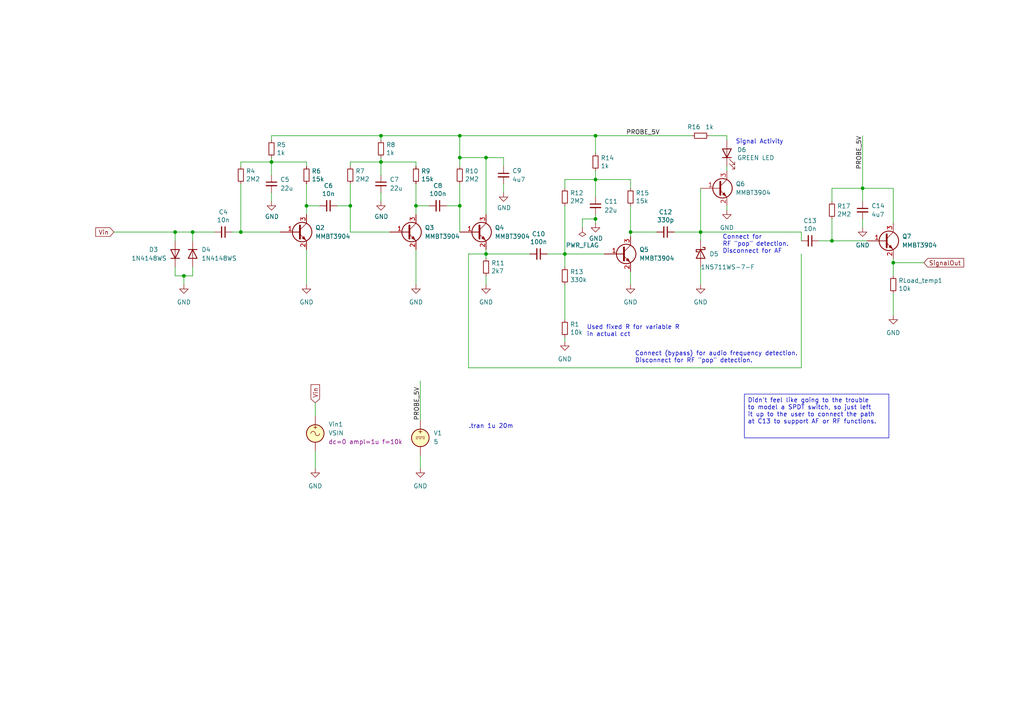
<source format=kicad_sch>
(kicad_sch (version 20230121) (generator eeschema)
  (paper "A4")
  (title_block (title "Carlson Super Probe SPICE Simulation") (date "2023-12-17") (rev "1") (company "TechConficio Inc.") (comment 3 "License : CC By 4.0") (comment 4 "Author : Steven Knudsen"))
  (lib_symbols
    (symbol "Device:C_Small" (pin_numbers hide) (pin_names (offset 0.254) hide)
      (property "Reference" "C" (at 0.254 1.778 0))
      (property "Value" "C_Small" (at 0.254 -2.032 0))
      (symbol "C_Small_0_1"
        (polyline (pts (xy -1.524 -0.508) (xy 1.524 -0.508)) (stroke (width 0.3302)))
        (polyline (pts (xy -1.524 0.508) (xy 1.524 0.508)) (stroke (width 0.3048)))
      )
      (symbol "C_Small_1_1"
        (pin passive line (at 0 2.54 270) (length 2.032) (name "~") (number "1"))
        (pin passive line (at 0 -2.54 90) (length 2.032) (name "~") (number "2"))
      )
    )
    (symbol "Device:D_Schottky" (pin_numbers hide) (pin_names (offset 1.016) hide)
      (property "Reference" "D" (at 0 2.54 0))
      (property "Value" "D_Schottky" (at 0 -2.54 0))
      (symbol "D_Schottky_0_1"
        (polyline (pts (xy 1.27 0) (xy -1.27 0)))
        (polyline (pts (xy 1.27 1.27) (xy 1.27 -1.27) (xy -1.27 0) (xy 1.27 1.27)) (stroke (width 0.254)))
        (polyline (pts (xy -1.905 0.635) (xy -1.905 1.27) (xy -1.27 1.27) (xy -1.27 -1.27) (xy -0.635 -1.27) (xy -0.635 -0.635)) (stroke (width 0.254)))
      )
      (symbol "D_Schottky_1_1"
        (pin passive line (at -3.81 0 0) (length 2.54) (name "K") (number "1"))
        (pin passive line (at 3.81 0 180) (length 2.54) (name "A") (number "2"))
      )
    )
    (symbol "Device:LED" (pin_numbers hide) (pin_names (offset 1.016) hide)
      (property "Reference" "D" (at 0 2.54 0))
      (property "Value" "LED" (at 0 -2.54 0))
      (symbol "LED_0_1"
        (polyline (pts (xy -1.27 -1.27) (xy -1.27 1.27)) (stroke (width 0.254)))
        (polyline (pts (xy -1.27 0) (xy 1.27 0)))
        (polyline (pts (xy 1.27 -1.27) (xy 1.27 1.27) (xy -1.27 0) (xy 1.27 -1.27)) (stroke (width 0.254)))
        (polyline (pts (xy -3.048 -0.762) (xy -4.572 -2.286) (xy -3.81 -2.286) (xy -4.572 -2.286) (xy -4.572 -1.524)))
        (polyline (pts (xy -1.778 -0.762) (xy -3.302 -2.286) (xy -2.54 -2.286) (xy -3.302 -2.286) (xy -3.302 -1.524)))
      )
      (symbol "LED_1_1"
        (pin passive line (at -3.81 0 0) (length 2.54) (name "K") (number "1"))
        (pin passive line (at 3.81 0 180) (length 2.54) (name "A") (number "2"))
      )
    )
    (symbol "Device:R_Small" (pin_numbers hide) (pin_names (offset 0.254) hide)
      (property "Reference" "R" (at 0.762 0.508 0))
      (property "Value" "R_Small" (at 0.762 -1.016 0))
      (symbol "R_Small_0_1"
        (rectangle (start -0.762 1.778) (end 0.762 -1.778) (stroke (width 0.2032)))
      )
      (symbol "R_Small_1_1"
        (pin passive line (at 0 2.54 270) (length 0.762) (name "~") (number "1"))
        (pin passive line (at 0 -2.54 90) (length 0.762) (name "~") (number "2"))
      )
    )
    (symbol "Diode:1N4148WS" (pin_numbers hide) (pin_names hide)
      (property "Reference" "D" (at 0 2.54 0))
      (property "Value" "1N4148WS" (at 0 -2.54 0))
      (symbol "1N4148WS_0_1"
        (polyline (pts (xy -1.27 1.27) (xy -1.27 -1.27)) (stroke (width 0.254)))
        (polyline (pts (xy 1.27 0) (xy -1.27 0)))
        (polyline (pts (xy 1.27 1.27) (xy 1.27 -1.27) (xy -1.27 0) (xy 1.27 1.27)) (stroke (width 0.254)))
      )
      (symbol "1N4148WS_1_1"
        (pin passive line (at -3.81 0 0) (length 2.54) (name "K") (number "1"))
        (pin passive line (at 3.81 0 180) (length 2.54) (name "A") (number "2"))
      )
    )
    (symbol "Simulation_SPICE:VDC" (pin_numbers hide) (pin_names (offset 0.0254))
      (property "Reference" "V" (at 2.54 2.54 0))
      (property "Value" "1" (at 2.54 0 0))
      (symbol "VDC_0_0"
        (polyline (pts (xy -1.27 0.254) (xy 1.27 0.254)))
        (polyline (pts (xy -0.762 -0.254) (xy -1.27 -0.254)))
        (polyline (pts (xy 0.254 -0.254) (xy -0.254 -0.254)))
        (polyline (pts (xy 1.27 -0.254) (xy 0.762 -0.254)))
        (text "+" (at 0 1.905 0) (effects (font (size 1.27 1.27))))
      )
      (symbol "VDC_0_1"
        (circle (center 0 0) (radius 2.54) (stroke (width 0.254)) (fill (type background)))
      )
      (symbol "VDC_1_1"
        (pin passive line (at 0 5.08 270) (length 2.54) (name "~") (number "1"))
        (pin passive line (at 0 -5.08 90) (length 2.54) (name "~") (number "2"))
      )
    )
    (symbol "Simulation_SPICE:VSIN" (pin_numbers hide) (pin_names (offset 0.0254))
      (property "Reference" "V" (at 2.54 2.54 0))
      (property "Value" "VSIN" (at 2.54 0 0))
      (property "Sim.Params" "dc=0 ampl=1 f=1k ac=1" (at 2.54 -2.54 0))
      (symbol "VSIN_0_0"
        (arc (start 0 0) (mid -0.635 0.6323) (end -1.27 0))
        (arc (start 0 0) (mid 0.635 -0.6323) (end 1.27 0))
        (text "+" (at 0 1.905 0) (effects (font (size 1.27 1.27))))
      )
      (symbol "VSIN_0_1"
        (circle (center 0 0) (radius 2.54) (stroke (width 0.254)) (fill (type background)))
      )
      (symbol "VSIN_1_1"
        (pin passive line (at 0 5.08 270) (length 2.54) (name "~") (number "1"))
        (pin passive line (at 0 -5.08 90) (length 2.54) (name "~") (number "2"))
      )
    )
    (symbol "Transistor_BJT:MMBT3904" (pin_names (offset 0) hide)
      (property "Reference" "Q" (at 5.08 1.905 0))
      (property "Value" "MMBT3904" (at 5.08 0 0))
      (symbol "MMBT3904_0_1"
        (polyline (pts (xy 0.635 0.635) (xy 2.54 2.54)))
        (polyline (pts (xy 0.635 -0.635) (xy 2.54 -2.54) (xy 2.54 -2.54)))
        (polyline (pts (xy 0.635 1.905) (xy 0.635 -1.905) (xy 0.635 -1.905)) (stroke (width 0.508)))
        (polyline (pts (xy 1.27 -1.778) (xy 1.778 -1.27) (xy 2.286 -2.286) (xy 1.27 -1.778) (xy 1.27 -1.778)) (fill (type outline)))
        (circle (center 1.27 0) (radius 2.8194) (stroke (width 0.254)))
      )
      (symbol "MMBT3904_1_1"
        (pin input line (at -5.08 0 0) (length 5.715) (name "B") (number "1"))
        (pin passive line (at 2.54 -5.08 90) (length 2.54) (name "E") (number "2"))
        (pin passive line (at 2.54 5.08 270) (length 2.54) (name "C") (number "3"))
      )
    )
    (symbol "power:GND" (power) (pin_names (offset 0))
      (property "Value" "GND" (at 0 -3.81 0))
      (symbol "GND_0_1"
        (polyline (pts (xy 0 0) (xy 0 -1.27) (xy 1.27 -1.27) (xy 0 -2.54) (xy -1.27 -1.27) (xy 0 -1.27)))
      )
      (symbol "GND_1_1"
        (pin power_in line (at 0 0 270) (length 0) hide (name "GND") (number "1"))
      )
    )
    (symbol "power:PWR_FLAG" (power) (pin_numbers hide) (pin_names (offset 0) hide)
      (property "Value" "PWR_FLAG" (at 0 3.81 0))
      (symbol "PWR_FLAG_0_0"
        (pin power_out line (at 0 0 90) (length 0) (name "pwr") (number "1"))
      )
      (symbol "PWR_FLAG_0_1"
        (polyline (pts (xy 0 0) (xy 0 1.27) (xy -1.016 1.905) (xy 0 2.54) (xy 1.016 1.905) (xy 0 1.27)))
      )
    )
  )
  (junction (at 133.35 39.37))
  (junction (at 163.83 73.66))
  (junction (at 182.88 67.31))
  (junction (at 172.72 39.37))
  (junction (at 55.88 67.31))
  (junction (at 133.35 59.69))
  (junction (at 250.19 54.61))
  (junction (at 172.72 52.07))
  (junction (at 241.3 69.85))
  (junction (at 140.97 73.66))
  (junction (at 88.9 59.69))
  (junction (at 50.8 67.31))
  (junction (at 259.08 76.2))
  (junction (at 110.49 46.99))
  (junction (at 69.85 67.31))
  (junction (at 78.74 46.99))
  (junction (at 140.97 45.72))
  (junction (at 53.34 80.01))
  (junction (at 133.35 45.72))
  (junction (at 203.2 67.31))
  (junction (at 101.6 59.69))
  (junction (at 110.49 39.37))
  (junction (at 120.65 59.69))
  (junction (at 172.72 63.5))
  (wire (pts (xy 120.65 59.69) (xy 124.46 59.69)))
  (wire (pts (xy 88.9 53.34) (xy 88.9 59.69)))
  (wire (pts (xy 259.08 76.2) (xy 259.08 80.01)))
  (wire (pts (xy 182.88 67.31) (xy 190.5 67.31)))
  (wire (pts (xy 110.49 39.37) (xy 110.49 40.64)))
  (wire (pts (xy 182.88 52.07) (xy 172.72 52.07)))
  (wire (pts (xy 50.8 77.47) (xy 50.8 80.01)))
  (wire (pts (xy 140.97 73.66) (xy 140.97 74.93)))
  (wire (pts (xy 50.8 67.31) (xy 55.88 67.31)))
  (wire (pts (xy 172.72 63.5) (xy 172.72 64.77)))
  (wire (pts (xy 133.35 53.34) (xy 133.35 59.69)))
  (wire (pts (xy 241.3 54.61) (xy 241.3 58.42)))
  (wire (pts (xy 163.83 73.66) (xy 163.83 77.47)))
  (wire (pts (xy 237.49 69.85) (xy 241.3 69.85)))
  (wire (pts (xy 135.89 106.68) (xy 135.89 73.66)))
  (wire (pts (xy 129.54 59.69) (xy 133.35 59.69)))
  (wire (pts (xy 163.83 82.55) (xy 163.83 92.71)))
  (wire (pts (xy 78.74 55.88) (xy 78.74 58.42)))
  (wire (pts (xy 55.88 77.47) (xy 55.88 80.01)))
  (wire (pts (xy 78.74 46.99) (xy 69.85 46.99)))
  (wire (pts (xy 182.88 67.31) (xy 182.88 68.58)))
  (wire (pts (xy 182.88 78.74) (xy 182.88 82.55)))
  (wire (pts (xy 69.85 46.99) (xy 69.85 48.26)))
  (wire (pts (xy 172.72 39.37) (xy 200.66 39.37)))
  (wire (pts (xy 110.49 46.99) (xy 110.49 50.8)))
  (wire (pts (xy 163.83 97.79) (xy 163.83 99.06)))
  (wire (pts (xy 259.08 54.61) (xy 250.19 54.61)))
  (wire (pts (xy 259.08 76.2) (xy 267.97 76.2)))
  (wire (pts (xy 110.49 45.72) (xy 110.49 46.99)))
  (wire (pts (xy 250.19 54.61) (xy 250.19 58.42)))
  (wire (pts (xy 259.08 74.93) (xy 259.08 76.2)))
  (wire (pts (xy 210.82 40.64) (xy 210.82 39.37)))
  (wire (pts (xy 55.88 67.31) (xy 62.23 67.31)))
  (wire (pts (xy 163.83 59.69) (xy 163.83 73.66)))
  (wire (pts (xy 55.88 67.31) (xy 55.88 69.85)))
  (wire (pts (xy 110.49 39.37) (xy 133.35 39.37)))
  (wire (pts (xy 203.2 67.31) (xy 203.2 69.85)))
  (wire (pts (xy 91.44 116.84) (xy 91.44 120.65)))
  (wire (pts (xy 172.72 52.07) (xy 172.72 57.15)))
  (wire (pts (xy 78.74 39.37) (xy 110.49 39.37)))
  (wire (pts (xy 91.44 130.81) (xy 91.44 135.89)))
  (wire (pts (xy 133.35 39.37) (xy 172.72 39.37)))
  (wire (pts (xy 203.2 77.47) (xy 203.2 82.55)))
  (wire (pts (xy 69.85 67.31) (xy 81.28 67.31)))
  (wire (pts (xy 210.82 59.69) (xy 210.82 60.96)))
  (wire (pts (xy 69.85 53.34) (xy 69.85 67.31)))
  (wire (pts (xy 182.88 54.61) (xy 182.88 52.07)))
  (wire (pts (xy 55.88 80.01) (xy 53.34 80.01)))
  (wire (pts (xy 195.58 67.31) (xy 203.2 67.31)))
  (wire (pts (xy 101.6 46.99) (xy 110.49 46.99)))
  (wire (pts (xy 146.05 53.34) (xy 146.05 55.88)))
  (wire (pts (xy 241.3 69.85) (xy 251.46 69.85)))
  (wire (pts (xy 121.92 132.08) (xy 121.92 135.89)))
  (wire (pts (xy 50.8 80.01) (xy 53.34 80.01)))
  (wire (pts (xy 101.6 67.31) (xy 113.03 67.31)))
  (wire (pts (xy 241.3 54.61) (xy 250.19 54.61)))
  (wire (pts (xy 88.9 72.39) (xy 88.9 82.55)))
  (wire (pts (xy 110.49 46.99) (xy 120.65 46.99)))
  (wire (pts (xy 146.05 48.26) (xy 146.05 45.72)))
  (wire (pts (xy 168.91 66.04) (xy 168.91 63.5)))
  (wire (pts (xy 203.2 54.61) (xy 203.2 67.31)))
  (wire (pts (xy 78.74 45.72) (xy 78.74 46.99)))
  (wire (pts (xy 140.97 72.39) (xy 140.97 73.66)))
  (wire (pts (xy 250.19 39.37) (xy 250.19 54.61)))
  (wire (pts (xy 259.08 85.09) (xy 259.08 91.44)))
  (wire (pts (xy 50.8 69.85) (xy 50.8 67.31)))
  (wire (pts (xy 78.74 39.37) (xy 78.74 40.64)))
  (wire (pts (xy 210.82 48.26) (xy 210.82 49.53)))
  (wire (pts (xy 172.72 49.53) (xy 172.72 52.07)))
  (wire (pts (xy 133.35 45.72) (xy 133.35 48.26)))
  (wire (pts (xy 101.6 59.69) (xy 101.6 67.31)))
  (wire (pts (xy 121.92 110.49) (xy 121.92 121.92)))
  (wire (pts (xy 172.72 62.23) (xy 172.72 63.5)))
  (wire (pts (xy 88.9 59.69) (xy 88.9 62.23)))
  (wire (pts (xy 110.49 55.88) (xy 110.49 58.42)))
  (wire (pts (xy 182.88 59.69) (xy 182.88 67.31)))
  (wire (pts (xy 120.65 46.99) (xy 120.65 48.26)))
  (wire (pts (xy 259.08 64.77) (xy 259.08 54.61)))
  (wire (pts (xy 33.02 67.31) (xy 50.8 67.31)))
  (wire (pts (xy 120.65 53.34) (xy 120.65 59.69)))
  (wire (pts (xy 133.35 45.72) (xy 140.97 45.72)))
  (wire (pts (xy 120.65 59.69) (xy 120.65 62.23)))
  (wire (pts (xy 163.83 52.07) (xy 172.72 52.07)))
  (wire (pts (xy 203.2 67.31) (xy 232.41 67.31)))
  (wire (pts (xy 140.97 45.72) (xy 146.05 45.72)))
  (wire (pts (xy 163.83 54.61) (xy 163.83 52.07)))
  (wire (pts (xy 172.72 39.37) (xy 172.72 44.45)))
  (wire (pts (xy 101.6 53.34) (xy 101.6 59.69)))
  (wire (pts (xy 101.6 48.26) (xy 101.6 46.99)))
  (wire (pts (xy 232.41 73.66) (xy 232.41 106.68)))
  (wire (pts (xy 250.19 63.5) (xy 250.19 66.04)))
  (wire (pts (xy 232.41 69.85) (xy 232.41 67.31)))
  (wire (pts (xy 135.89 73.66) (xy 140.97 73.66)))
  (wire (pts (xy 133.35 39.37) (xy 133.35 45.72)))
  (wire (pts (xy 241.3 63.5) (xy 241.3 69.85)))
  (wire (pts (xy 120.65 72.39) (xy 120.65 82.55)))
  (wire (pts (xy 140.97 80.01) (xy 140.97 82.55)))
  (wire (pts (xy 133.35 59.69) (xy 133.35 67.31)))
  (wire (pts (xy 67.31 67.31) (xy 69.85 67.31)))
  (wire (pts (xy 97.79 59.69) (xy 101.6 59.69)))
  (wire (pts (xy 158.75 73.66) (xy 163.83 73.66)))
  (wire (pts (xy 88.9 59.69) (xy 92.71 59.69)))
  (wire (pts (xy 153.67 73.66) (xy 140.97 73.66)))
  (wire (pts (xy 88.9 46.99) (xy 78.74 46.99)))
  (wire (pts (xy 53.34 80.01) (xy 53.34 82.55)))
  (wire (pts (xy 88.9 48.26) (xy 88.9 46.99)))
  (wire (pts (xy 210.82 39.37) (xy 205.74 39.37)))
  (wire (pts (xy 175.26 73.66) (xy 163.83 73.66)))
  (wire (pts (xy 140.97 45.72) (xy 140.97 62.23)))
  (wire (pts (xy 135.89 106.68) (xy 232.41 106.68)))
  (wire (pts (xy 78.74 46.99) (xy 78.74 50.8)))
  (wire (pts (xy 168.91 63.5) (xy 172.72 63.5)))
  (text_box "Didn't feel like going to the trouble \nto model a SPDT switch, so just left\nit up to the user to connect the path\nat C13 to support AF or RF functions." (at 215.9 114.3 0) (size 41.91 12.7) (effects (font (size 1.27 1.27)) (justify left top)))
  (text "Signal Activity" (at 213.36 41.91 0) (effects (font (size 1.27 1.27)) (justify left bottom)))
  (text "Used fixed R for variable R\nin actual cct" (at 170.18 97.79 0) (effects (font (size 1.27 1.27)) (justify left bottom)))
  (text ".tran 1u 20m" (at 135.89 124.46 0) (effects (font (size 1.27 1.27)) (justify left bottom)))
  (text "Connect for\nRF \"pop\" detection.\nDisconnect for AF" (at 209.55 73.66 0) (effects (font (size 1.27 1.27)) (justify left bottom)))
  (text "Connect (bypass) for audio frequency detection.\nDisconnect for RF \"pop\" detection." (at 184.15 105.41 0) (effects (font (size 1.27 1.27)) (justify left bottom)))
  (label "PROBE_5V" (at 181.61 39.37 0))
  (label "PROBE_5V" (at 250.19 39.37 270))
  (label "PROBE_5V" (at 121.92 121.92 90))
  (global_label "Vin" (shape input) (at 33.02 67.31 180) (property "Intersheetrefs" "${INTERSHEET_REFS}" (effects hide)))
  (global_label "Vin" (shape input) (at 91.44 116.84 90) (property "Intersheetrefs" "${INTERSHEET_REFS}" (effects hide)))
  (global_label "SignalOut" (shape input) (at 267.97 76.2 0) (property "Intersheetrefs" "${INTERSHEET_REFS}" (effects hide)))
  (symbol (lib_id "Device:R_Small") (at 163.83 80.01 0) (unit 1)
    (property "Reference" "R13" (at 165.3286 78.8416 0) (effects (justify left)))
    (property "Value" "330k" (at 165.3286 81.153 0) (effects (justify left)))
  )
  (symbol (lib_id "Device:C_Small") (at 110.49 53.34 0) (unit 1)
    (property "Reference" "C7" (at 113.03 52.0763 0) (effects (justify left)))
    (property "Value" "22u" (at 113.03 54.6163 0) (effects (justify left)))
  )
  (symbol (lib_id "power:GND") (at 140.97 82.55 0) (unit 1)
    (property "Reference" "#PWR012" (effects hide))
    (property "Value" "GND" (at 140.97 87.63 0))
  )
  (symbol (lib_id "Diode:1N4148WS") (at 50.8 73.66 90) (unit 1)
    (property "Reference" "D3" (at 43.18 72.39 90) (effects (justify right)))
    (property "Value" "1N4148WS" (at 38.1 74.93 90) (effects (justify right)))
    (property "Footprint" "Diode_SMD:D_SOD-323" (effects hide))
    (property "Datasheet" "https://www.vishay.com/docs/85751/1n4148ws.pdf" (effects hide))
    (property "Sim.Device" "D" (effects hide))
    (property "Sim.Pins" "1=K 2=A" (effects hide))
    (property "Sim.Library" "1N4148.mod" (effects hide))
    (property "Sim.Name" "D1N4148" (effects hide))
  )
  (symbol (lib_id "Device:R_Small") (at 259.08 82.55 0) (unit 1)
    (property "Reference" "RLoad_temp1" (at 260.5786 81.3816 0) (effects (justify left)))
    (property "Value" "10k" (at 260.5786 83.693 0) (effects (justify left)))
  )
  (symbol (lib_id "power:GND") (at 78.74 58.42 0) (unit 1)
    (property "Reference" "#PWR08" (effects hide))
    (property "Value" "GND" (at 78.867 62.8142 0))
  )
  (symbol (lib_id "Device:C_Small") (at 64.77 67.31 270) (unit 1)
    (property "Reference" "C4" (at 64.77 61.4934 90))
    (property "Value" "10n" (at 64.77 63.8048 90))
  )
  (symbol (lib_id "power:GND") (at 182.88 82.55 0) (unit 1)
    (property "Reference" "#PWR016" (effects hide))
    (property "Value" "GND" (at 182.88 87.63 0))
  )
  (symbol (lib_id "Device:C_Small") (at 250.19 60.96 0) (unit 1)
    (property "Reference" "C14" (at 252.73 59.6963 0) (effects (justify left)))
    (property "Value" "4u7" (at 252.73 62.2363 0) (effects (justify left)))
  )
  (symbol (lib_id "Device:R_Small") (at 69.85 50.8 0) (unit 1)
    (property "Reference" "R4" (at 71.3486 49.6316 0) (effects (justify left)))
    (property "Value" "2M2" (at 71.3486 51.943 0) (effects (justify left)))
  )
  (symbol (lib_id "Transistor_BJT:MMBT3904") (at 256.54 69.85 0) (unit 1)
    (property "Reference" "Q7" (at 261.62 68.58 0) (effects (justify left)))
    (property "Value" "MMBT3904" (at 261.62 71.12 0) (effects (justify left)))
    (property "Footprint" "Package_TO_SOT_SMD:SOT-23" (effects hide))
    (property "Datasheet" "https://www.onsemi.com/pdf/datasheet/pzt3904-d.pdf" (effects hide))
    (property "Sim.Library" "MMBT3904.lib" (effects hide))
    (property "Sim.Name" "DI_MMBT3904" (effects hide))
    (property "Sim.Device" "NPN" (effects hide))
    (property "Sim.Type" "GUMMELPOON" (effects hide))
    (property "Sim.Pins" "1=B 2=E 3=C" (effects hide))
  )
  (symbol (lib_id "Device:D_Schottky") (at 203.2 73.66 270) (unit 1)
    (property "Reference" "D5" (at 205.74 73.66 90) (effects (justify left)))
    (property "Value" "1N5711WS-7-F" (at 203.2 77.47 90) (effects (justify left)))
    (property "Sim.Library" "1N5711WS.lib" (effects hide))
    (property "Sim.Name" "DI_1N5711WS" (effects hide))
    (property "Sim.Device" "D" (effects hide))
    (property "Sim.Pins" "1=K 2=A" (effects hide))
  )
  (symbol (lib_id "Simulation_SPICE:VDC") (at 121.92 127 0) (unit 1)
    (property "Reference" "V1" (at 125.73 125.6002 0) (effects (justify left)))
    (property "Value" "5" (at 125.73 128.1402 0) (effects (justify left)))
    (property "Sim.Pins" "1=+ 2=-" (effects hide))
    (property "Sim.Type" "DC" (effects hide))
    (property "Sim.Device" "V" (effects hide))
  )
  (symbol (lib_id "Device:R_Small") (at 120.65 50.8 0) (unit 1)
    (property "Reference" "R9" (at 122.1486 49.6316 0) (effects (justify left)))
    (property "Value" "15k" (at 122.1486 51.943 0) (effects (justify left)))
  )
  (symbol (lib_id "power:GND") (at 88.9 82.55 0) (unit 1)
    (property "Reference" "#PWR09" (effects hide))
    (property "Value" "GND" (at 88.9 87.63 0))
  )
  (symbol (lib_id "Diode:1N4148WS") (at 55.88 73.66 270) (unit 1)
    (property "Reference" "D4" (at 58.42 72.39 90) (effects (justify left)))
    (property "Value" "1N4148WS" (at 58.42 74.93 90) (effects (justify left)))
    (property "Footprint" "Diode_SMD:D_SOD-323" (effects hide))
    (property "Datasheet" "https://www.vishay.com/docs/85751/1n4148ws.pdf" (effects hide))
    (property "Sim.Device" "D" (effects hide))
    (property "Sim.Pins" "1=K 2=A" (effects hide))
    (property "Sim.Library" "1N4148.mod" (effects hide))
    (property "Sim.Name" "D1N4148" (effects hide))
  )
  (symbol (lib_id "Device:C_Small") (at 95.25 59.69 270) (unit 1)
    (property "Reference" "C6" (at 95.25 53.8734 90))
    (property "Value" "10n" (at 95.25 56.1848 90))
  )
  (symbol (lib_id "Device:R_Small") (at 203.2 39.37 90) (unit 1)
    (property "Reference" "R16" (at 203.2 36.83 90) (effects (justify left)))
    (property "Value" "1k" (at 207.01 36.83 90) (effects (justify left)))
  )
  (symbol (lib_id "power:GND") (at 250.19 66.04 0) (unit 1)
    (property "Reference" "#PWR02" (effects hide))
    (property "Value" "GND" (at 250.19 71.12 0))
  )
  (symbol (lib_id "Device:R_Small") (at 78.74 43.18 0) (unit 1)
    (property "Reference" "R5" (at 80.2386 42.0116 0) (effects (justify left)))
    (property "Value" "1k" (at 80.2386 44.323 0) (effects (justify left)))
  )
  (symbol (lib_id "Transistor_BJT:MMBT3904") (at 118.11 67.31 0) (unit 1)
    (property "Reference" "Q3" (at 123.19 66.04 0) (effects (justify left)))
    (property "Value" "MMBT3904" (at 123.19 68.58 0) (effects (justify left)))
    (property "Footprint" "Package_TO_SOT_SMD:SOT-23" (effects hide))
    (property "Datasheet" "https://www.onsemi.com/pdf/datasheet/pzt3904-d.pdf" (effects hide))
    (property "Sim.Library" "MMBT3904.lib" (effects hide))
    (property "Sim.Name" "DI_MMBT3904" (effects hide))
    (property "Sim.Device" "NPN" (effects hide))
    (property "Sim.Type" "GUMMELPOON" (effects hide))
    (property "Sim.Pins" "1=B 2=E 3=C" (effects hide))
  )
  (symbol (lib_id "power:GND") (at 163.83 99.06 0) (unit 1)
    (property "Reference" "#PWR014" (effects hide))
    (property "Value" "GND" (at 163.83 104.14 0))
  )
  (symbol (lib_id "Transistor_BJT:MMBT3904") (at 180.34 73.66 0) (unit 1)
    (property "Reference" "Q5" (at 185.42 72.39 0) (effects (justify left)))
    (property "Value" "MMBT3904" (at 185.42 74.93 0) (effects (justify left)))
    (property "Footprint" "Package_TO_SOT_SMD:SOT-23" (effects hide))
    (property "Datasheet" "https://www.onsemi.com/pdf/datasheet/pzt3904-d.pdf" (effects hide))
    (property "Sim.Library" "MMBT3904.lib" (effects hide))
    (property "Sim.Name" "DI_MMBT3904" (effects hide))
    (property "Sim.Device" "NPN" (effects hide))
    (property "Sim.Type" "GUMMELPOON" (effects hide))
    (property "Sim.Pins" "1=B 2=E 3=C" (effects hide))
  )
  (symbol (lib_id "Device:C_Small") (at 127 59.69 270) (unit 1)
    (property "Reference" "C8" (at 127 53.8734 90))
    (property "Value" "100n" (at 127 56.1848 90))
  )
  (symbol (lib_id "Transistor_BJT:MMBT3904") (at 208.28 54.61 0) (unit 1)
    (property "Reference" "Q6" (at 213.36 53.34 0) (effects (justify left)))
    (property "Value" "MMBT3904" (at 213.36 55.88 0) (effects (justify left)))
    (property "Footprint" "Package_TO_SOT_SMD:SOT-23" (effects hide))
    (property "Datasheet" "https://www.onsemi.com/pdf/datasheet/pzt3904-d.pdf" (effects hide))
    (property "Sim.Library" "MMBT3904.lib" (effects hide))
    (property "Sim.Name" "DI_MMBT3904" (effects hide))
    (property "Sim.Device" "NPN" (effects hide))
    (property "Sim.Type" "GUMMELPOON" (effects hide))
    (property "Sim.Pins" "1=B 2=E 3=C" (effects hide))
  )
  (symbol (lib_id "Device:R_Small") (at 110.49 43.18 0) (unit 1)
    (property "Reference" "R8" (at 111.9886 42.0116 0) (effects (justify left)))
    (property "Value" "1k" (at 111.9886 44.323 0) (effects (justify left)))
  )
  (symbol (lib_id "power:GND") (at 120.65 82.55 0) (unit 1)
    (property "Reference" "#PWR011" (effects hide))
    (property "Value" "GND" (at 120.65 87.63 0))
  )
  (symbol (lib_id "Device:C_Small") (at 193.04 67.31 270) (unit 1)
    (property "Reference" "C12" (at 193.04 61.4934 90))
    (property "Value" "330p" (at 193.04 63.8048 90))
  )
  (symbol (lib_id "power:GND") (at 110.49 58.42 0) (unit 1)
    (property "Reference" "#PWR010" (effects hide))
    (property "Value" "GND" (at 110.617 62.8142 0))
  )
  (symbol (lib_id "Device:R_Small") (at 241.3 60.96 0) (unit 1)
    (property "Reference" "R17" (at 242.7986 59.7916 0) (effects (justify left)))
    (property "Value" "2M2" (at 242.7986 62.103 0) (effects (justify left)))
  )
  (symbol (lib_id "power:GND") (at 53.34 82.55 0) (unit 1)
    (property "Reference" "#PWR07" (effects hide))
    (property "Value" "GND" (at 53.34 87.63 0))
  )
  (symbol (lib_id "Device:C_Small") (at 78.74 53.34 0) (unit 1)
    (property "Reference" "C5" (at 81.28 52.0763 0) (effects (justify left)))
    (property "Value" "22u" (at 81.28 54.6163 0) (effects (justify left)))
  )
  (symbol (lib_id "Device:R_Small") (at 88.9 50.8 0) (unit 1)
    (property "Reference" "R6" (at 90.3986 49.6316 0) (effects (justify left)))
    (property "Value" "15k" (at 90.3986 51.943 0) (effects (justify left)))
  )
  (symbol (lib_id "power:GND") (at 146.05 55.88 0) (unit 1)
    (property "Reference" "#PWR013" (effects hide))
    (property "Value" "GND" (at 146.177 60.2742 0))
  )
  (symbol (lib_id "Device:R_Small") (at 163.83 57.15 0) (unit 1)
    (property "Reference" "R12" (at 165.3286 55.9816 0) (effects (justify left)))
    (property "Value" "2M2" (at 165.3286 58.293 0) (effects (justify left)))
  )
  (symbol (lib_id "Device:R_Small") (at 172.72 46.99 0) (unit 1)
    (property "Reference" "R14" (at 174.2186 45.8216 0) (effects (justify left)))
    (property "Value" "1k" (at 174.2186 48.133 0) (effects (justify left)))
  )
  (symbol (lib_id "Transistor_BJT:MMBT3904") (at 138.43 67.31 0) (unit 1)
    (property "Reference" "Q4" (at 143.51 66.04 0) (effects (justify left)))
    (property "Value" "MMBT3904" (at 143.51 68.58 0) (effects (justify left)))
    (property "Footprint" "Package_TO_SOT_SMD:SOT-23" (effects hide))
    (property "Datasheet" "https://www.onsemi.com/pdf/datasheet/pzt3904-d.pdf" (effects hide))
    (property "Sim.Library" "MMBT3904.lib" (effects hide))
    (property "Sim.Name" "DI_MMBT3904" (effects hide))
    (property "Sim.Device" "NPN" (effects hide))
    (property "Sim.Type" "GUMMELPOON" (effects hide))
    (property "Sim.Pins" "1=B 2=E 3=C" (effects hide))
  )
  (symbol (lib_id "Device:R_Small") (at 101.6 50.8 0) (unit 1)
    (property "Reference" "R7" (at 103.0986 49.6316 0) (effects (justify left)))
    (property "Value" "2M2" (at 103.0986 51.943 0) (effects (justify left)))
  )
  (symbol (lib_id "Device:R_Small") (at 133.35 50.8 0) (unit 1)
    (property "Reference" "R10" (at 134.8486 49.6316 0) (effects (justify left)))
    (property "Value" "2M2" (at 134.8486 51.943 0) (effects (justify left)))
  )
  (symbol (lib_id "Device:LED") (at 210.82 44.45 90) (unit 1)
    (property "Reference" "D6" (at 213.7918 43.4594 90) (effects (justify right)))
    (property "Value" "GREEN LED" (at 213.7918 45.7708 90) (effects (justify right)))
    (property "Sim.Library" "Cordell-Models.lib" (effects hide))
    (property "Sim.Name" "GREEN" (effects hide))
    (property "Sim.Device" "D" (effects hide))
    (property "Sim.Pins" "1=A 2=K" (effects hide))
  )
  (symbol (lib_id "Device:C_Small") (at 146.05 50.8 0) (unit 1)
    (property "Reference" "C9" (at 148.59 49.5363 0) (effects (justify left)))
    (property "Value" "4u7" (at 148.59 52.0763 0) (effects (justify left)))
  )
  (symbol (lib_id "power:GND") (at 91.44 135.89 0) (unit 1)
    (property "Reference" "#PWR05" (effects hide))
    (property "Value" "GND" (at 91.44 140.97 0))
  )
  (symbol (lib_id "Device:R_Small") (at 182.88 57.15 0) (unit 1)
    (property "Reference" "R15" (at 184.3786 55.9816 0) (effects (justify left)))
    (property "Value" "15k" (at 184.3786 58.293 0) (effects (justify left)))
  )
  (symbol (lib_id "power:GND") (at 259.08 91.44 0) (unit 1)
    (property "Reference" "#PWR01" (effects hide))
    (property "Value" "GND" (at 259.08 96.52 0))
  )
  (symbol (lib_id "power:GND") (at 121.92 135.89 0) (unit 1)
    (property "Reference" "#PWR04" (effects hide))
    (property "Value" "GND" (at 121.92 140.97 0))
  )
  (symbol (lib_id "Device:C_Small") (at 234.95 69.85 270) (unit 1)
    (property "Reference" "C13" (at 234.95 64.0334 90))
    (property "Value" "10n" (at 234.95 66.3448 90))
  )
  (symbol (lib_id "Simulation_SPICE:VSIN") (at 91.44 125.73 0) (unit 1)
    (property "Reference" "Vin1" (at 95.25 123.0602 0) (effects (justify left)))
    (property "Value" "VSIN" (at 95.25 125.6002 0) (effects (justify left)))
    (property "Sim.Pins" "1=+ 2=-" (effects hide))
    (property "Sim.Params" "dc=0 ampl=1u f=10k" (at 95.25 128.1402 0) (effects (justify left)))
    (property "Sim.Type" "SIN" (effects hide))
    (property "Sim.Device" "V" (effects hide))
  )
  (symbol (lib_id "power:GND") (at 203.2 82.55 0) (unit 1)
    (property "Reference" "#PWR017" (effects hide))
    (property "Value" "GND" (at 203.2 87.63 0))
  )
  (symbol (lib_id "Device:R_Small") (at 140.97 77.47 0) (unit 1)
    (property "Reference" "R11" (at 142.4686 76.3016 0) (effects (justify left)))
    (property "Value" "2k7" (at 142.4686 78.613 0) (effects (justify left)))
  )
  (symbol (lib_id "power:GND") (at 210.82 60.96 0) (unit 1)
    (property "Reference" "#PWR018" (effects hide))
    (property "Value" "GND" (at 210.82 66.04 0))
  )
  (symbol (lib_id "power:PWR_FLAG") (at 168.91 66.04 180) (unit 1)
    (property "Reference" "#FLG01" (effects hide))
    (property "Value" "PWR_FLAG" (at 168.91 71.12 0))
  )
  (symbol (lib_id "Device:C_Small") (at 172.72 59.69 0) (unit 1)
    (property "Reference" "C11" (at 175.26 58.4263 0) (effects (justify left)))
    (property "Value" "22u" (at 175.26 60.9663 0) (effects (justify left)))
  )
  (symbol (lib_id "Device:R_Small") (at 163.83 95.25 0) (unit 1)
    (property "Reference" "R1" (at 165.3286 94.0816 0) (effects (justify left)))
    (property "Value" "10k" (at 165.3286 96.393 0) (effects (justify left)))
  )
  (symbol (lib_id "Transistor_BJT:MMBT3904") (at 86.36 67.31 0) (unit 1)
    (property "Reference" "Q2" (at 91.44 66.04 0) (effects (justify left)))
    (property "Value" "MMBT3904" (at 91.44 68.58 0) (effects (justify left)))
    (property "Footprint" "Package_TO_SOT_SMD:SOT-23" (effects hide))
    (property "Datasheet" "https://www.onsemi.com/pdf/datasheet/pzt3904-d.pdf" (effects hide))
    (property "Sim.Library" "MMBT3904.lib" (effects hide))
    (property "Sim.Name" "DI_MMBT3904" (effects hide))
    (property "Sim.Device" "NPN" (effects hide))
    (property "Sim.Type" "GUMMELPOON" (effects hide))
    (property "Sim.Pins" "1=B 2=E 3=C" (effects hide))
  )
  (symbol (lib_id "Device:C_Small") (at 156.21 73.66 270) (unit 1)
    (property "Reference" "C10" (at 156.21 67.8434 90))
    (property "Value" "100n" (at 156.21 70.1548 90))
  )
  (symbol (lib_id "power:GND") (at 172.72 64.77 0) (unit 1)
    (property "Reference" "#PWR015" (effects hide))
    (property "Value" "GND" (at 172.847 69.1642 0))
  )
)
</source>
